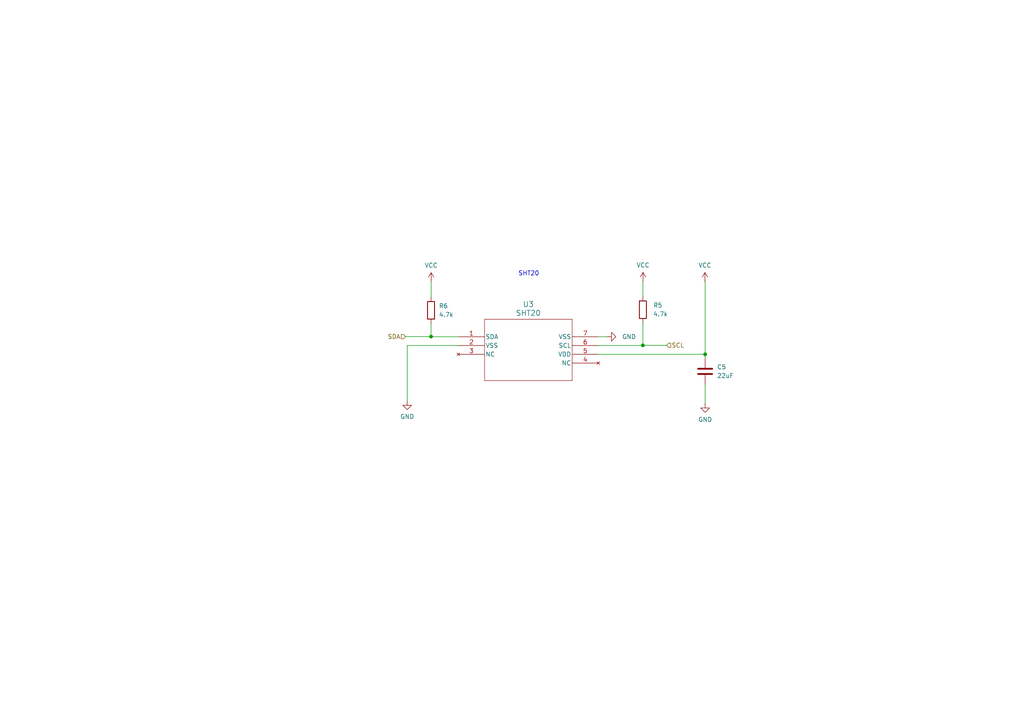
<source format=kicad_sch>
(kicad_sch (version 20231120) (generator "eeschema") (generator_version "8.0")
  (paper "A4")
  (title_block (title "PWX-Schematic_Repo") (date "2024-10-04") (rev "0") (company "Packetworx") (comment 1 "J.Javier"))
  (lib_symbols
    (symbol "Device:C" (pin_numbers hide) (pin_names (offset 0.254))
      (property "Reference" "C" (at 0.635 2.54 0))
      (property "Value" "C" (at 0.635 -2.54 0))
      (symbol "C_0_1"
        (polyline (pts (xy -2.032 -0.762) (xy 2.032 -0.762)) (stroke (width 0.508)))
        (polyline (pts (xy -2.032 0.762) (xy 2.032 0.762)) (stroke (width 0.508)))
      )
      (symbol "C_1_1"
        (pin passive line (at 0 3.81 270) (length 2.794) (name "~") (number "1"))
        (pin passive line (at 0 -3.81 90) (length 2.794) (name "~") (number "2"))
      )
    )
    (symbol "Device:R" (pin_numbers hide) (pin_names (offset 0))
      (property "Reference" "R" (at 2.032 0 90))
      (property "Value" "R" (at 0 0 90))
      (symbol "R_0_1"
        (rectangle (start -1.016 -2.54) (end 1.016 2.54) (stroke (width 0.254)))
      )
      (symbol "R_1_1"
        (pin passive line (at 0 3.81 270) (length 1.27) (name "~") (number "1"))
        (pin passive line (at 0 -3.81 90) (length 1.27) (name "~") (number "2"))
      )
    )
    (symbol "SHT20:SHT20" (pin_names (offset 0.254))
      (property "Reference" "U" (at 20.32 10.16 0))
      (property "Value" "SHT20" (at 20.32 7.62 0))
      (symbol "SHT20_0_1"
        (polyline (pts (xy 7.62 -12.7) (xy 33.02 -12.7)) (stroke (width 0.127)))
        (polyline (pts (xy 7.62 5.08) (xy 7.62 -12.7)) (stroke (width 0.127)))
        (polyline (pts (xy 33.02 -12.7) (xy 33.02 5.08)) (stroke (width 0.127)))
        (polyline (pts (xy 33.02 5.08) (xy 7.62 5.08)) (stroke (width 0.127)))
        (pin unspecified line (at 0 0 0) (length 7.62) (name "SDA") (number "1"))
        (pin power_out line (at 0 -2.54 0) (length 7.62) (name "VSS") (number "2"))
        (pin no_connect line (at 0 -5.08 0) (length 7.62) (name "NC") (number "3"))
        (pin no_connect line (at 40.64 -7.62 180) (length 7.62) (name "NC") (number "4"))
        (pin power_in line (at 40.64 -5.08 180) (length 7.62) (name "VDD") (number "5"))
        (pin unspecified line (at 40.64 -2.54 180) (length 7.62) (name "SCL") (number "6"))
        (pin power_out line (at 40.64 0 180) (length 7.62) (name "VSS") (number "7"))
      )
    )
    (symbol "power:GND" (power) (pin_numbers hide) (pin_names (offset 0) hide)
      (property "Value" "GND" (at 0 -3.81 0))
      (symbol "GND_0_1"
        (polyline (pts (xy 0 0) (xy 0 -1.27) (xy 1.27 -1.27) (xy 0 -2.54) (xy -1.27 -1.27) (xy 0 -1.27)))
      )
      (symbol "GND_1_1"
        (pin power_in line (at 0 0 270) (length 0) (name "~") (number "1"))
      )
    )
    (symbol "power:VCC" (power) (pin_numbers hide) (pin_names (offset 0) hide)
      (property "Value" "VCC" (at 0 3.556 0))
      (symbol "VCC_0_1"
        (polyline (pts (xy -0.762 1.27) (xy 0 2.54)))
        (polyline (pts (xy 0 0) (xy 0 2.54)))
        (polyline (pts (xy 0 2.54) (xy 0.762 1.27)))
      )
      (symbol "VCC_1_1"
        (pin power_in line (at 0 0 90) (length 0) (name "~") (number "1"))
      )
    )
  )
  (junction (at 186.4667 100.1613))
  (junction (at 204.5175 102.7606))
  (junction (at 125.021 97.6311))
  (wire (pts (xy 193.2958 100.1613) (xy 186.4667 100.1613)))
  (wire (pts (xy 125.0587 81.6246) (xy 125.0587 86.1969)))
  (wire (pts (xy 204.5175 81.6136) (xy 204.4577 81.6136)))
  (wire (pts (xy 117.6291 97.6311) (xy 125.021 97.6311)))
  (wire (pts (xy 173.5607 97.6806) (xy 176.0693 97.6806)))
  (wire (pts (xy 204.5175 102.7606) (xy 173.5607 102.7606)))
  (wire (pts (xy 125.0587 86.1969) (xy 125.021 86.1969)))
  (wire (pts (xy 186.4667 93.6366) (xy 186.4667 100.1613)))
  (wire (pts (xy 204.5175 102.7606) (xy 204.5175 103.9046)))
  (wire (pts (xy 186.4667 86.0166) (xy 186.4667 81.5707)))
  (wire (pts (xy 186.4667 100.1613) (xy 186.4667 100.2206)))
  (wire (pts (xy 204.5175 111.5246) (xy 204.5175 117.0621)))
  (wire (pts (xy 125.021 97.6311) (xy 125.021 97.6806)))
  (wire (pts (xy 204.5175 81.6136) (xy 204.5175 102.7606)))
  (wire (pts (xy 118.1063 100.2206) (xy 132.9207 100.2206)))
  (wire (pts (xy 125.021 93.8169) (xy 125.021 97.6311)))
  (wire (pts (xy 176.0693 97.6806) (xy 176.0693 97.6678)))
  (wire (pts (xy 118.1063 116.2744) (xy 118.1063 100.2206)))
  (wire (pts (xy 132.9207 97.6806) (xy 125.021 97.6806)))
  (wire (pts (xy 186.4667 81.5707) (xy 186.5028 81.5707)))
  (wire (pts (xy 173.5607 100.2206) (xy 186.4667 100.2206)))
  (text "SHT20" (at 153.3683 79.443 0) (effects (font (size 1.27 1.27))))
  (hierarchical_label "SDA" (shape input) (at 117.6291 97.6311 180))
  (hierarchical_label "SCL" (shape input) (at 193.2958 100.1613 0))
  (symbol (lib_id "Device:R") (at 186.4667 89.8266 180) (unit 1)
    (property "Reference" "R5" (at 189.4356 88.5565 0) (effects (justify right)))
    (property "Value" "4.7k" (at 189.4356 91.0965 0) (effects (justify right)))
    (property "Description" "Resistor" (effects (hide yes)))
  )
  (symbol (lib_id "SHT20:SHT20") (at 132.9207 97.6806 0) (unit 1)
    (property "Reference" "U3" (at 153.2407 88.2655 0) (effects (font (size 1.524 1.524))))
    (property "Value" "SHT20" (at 153.2407 90.8055 0) (effects (font (size 1.524 1.524))))
    (property "Footprint" "1-100706-01_SEN" (effects (hide yes)))
    (property "Datasheet" "SHT20" (effects (hide yes)))
  )
  (symbol (lib_id "power:VCC") (at 186.5028 81.5707 0) (unit 1)
    (property "Reference" "#PWR023" (effects (hide yes)))
    (property "Value" "VCC" (at 186.5028 76.9092 0))
    (property "Description" "Power symbol creates a global label with name \"VCC\"" (effects (hide yes)))
  )
  (symbol (lib_id "Device:C") (at 204.5175 107.7146 0) (unit 1)
    (property "Reference" "C5" (at 207.9449 106.4445 0) (effects (justify left)))
    (property "Value" "22uF" (at 207.9449 108.9845 0) (effects (justify left)))
    (property "Footprint" "Capacitor_SMD:C_0603_1608Metric_Pad1.08x0.95mm_HandSolder" (effects (hide yes)))
    (property "Datasheet" "https://search.murata.co.jp/Ceramy/image/img/A01X/G101/ENG/GRM188R60J226MEA0-01.pdf" (effects (hide yes)))
    (property "Description" "CAP CER 22UF 6.3V X5R 0603" (effects (hide yes)))
    (property "LCSC" "C602037" (effects (hide yes)))
    (property "Manufacturer Part Number" "GRM188R60J226MEA0J" (effects (hide yes)))
  )
  (symbol (lib_id "power:GND") (at 204.5175 117.0621 0) (unit 1)
    (property "Reference" "#PWR043" (effects (hide yes)))
    (property "Value" "GND" (at 204.5175 121.6935 0))
    (property "Description" "Power symbol creates a global label with name \"GND\" , ground" (effects (hide yes)))
  )
  (symbol (lib_id "power:VCC") (at 125.0587 81.6246 0) (unit 1)
    (property "Reference" "#PWR025" (effects (hide yes)))
    (property "Value" "VCC" (at 125.0587 76.9631 0))
    (property "Description" "Power symbol creates a global label with name \"VCC\"" (effects (hide yes)))
  )
  (symbol (lib_id "Device:R") (at 125.021 90.0069 180) (unit 1)
    (property "Reference" "R6" (at 127.2694 88.7368 0) (effects (justify right)))
    (property "Value" "4.7k" (at 127.2694 91.2768 0) (effects (justify right)))
    (property "Description" "Resistor" (effects (hide yes)))
  )
  (symbol (lib_id "power:VCC") (at 204.4577 81.6136 0) (unit 1)
    (property "Reference" "#PWR024" (effects (hide yes)))
    (property "Value" "VCC" (at 204.4577 76.9521 0))
    (property "Description" "Power symbol creates a global label with name \"VCC\"" (effects (hide yes)))
  )
  (symbol (lib_id "power:GND") (at 118.1063 116.2744 0) (unit 1)
    (property "Reference" "#PWR042" (effects (hide yes)))
    (property "Value" "GND" (at 118.1063 120.8229 0))
    (property "Description" "Power symbol creates a global label with name \"GND\" , ground" (effects (hide yes)))
  )
  (symbol (lib_id "power:GND") (at 176.0693 97.6678 90) (unit 1)
    (property "Reference" "#PWR041" (effects (hide yes)))
    (property "Value" "GND" (at 180.4191 97.6677 90) (effects (justify right)))
    (property "Description" "Power symbol creates a global label with name \"GND\" , ground" (effects (hide yes)))
  )
)
</source>
